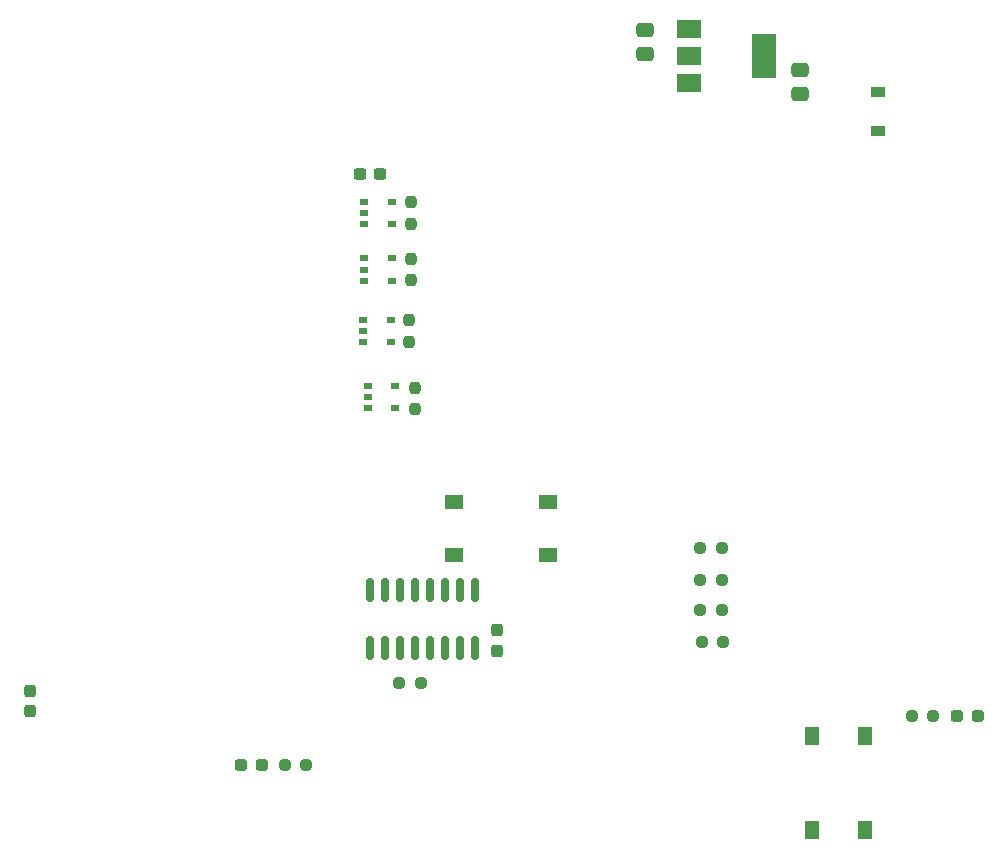
<source format=gbr>
%TF.GenerationSoftware,KiCad,Pcbnew,(6.0.2)*%
%TF.CreationDate,2022-03-13T16:31:38-04:00*%
%TF.ProjectId,Receiver_Out,52656365-6976-4657-925f-4f75742e6b69,v1*%
%TF.SameCoordinates,Original*%
%TF.FileFunction,Paste,Top*%
%TF.FilePolarity,Positive*%
%FSLAX46Y46*%
G04 Gerber Fmt 4.6, Leading zero omitted, Abs format (unit mm)*
G04 Created by KiCad (PCBNEW (6.0.2)) date 2022-03-13 16:31:38*
%MOMM*%
%LPD*%
G01*
G04 APERTURE LIST*
G04 Aperture macros list*
%AMRoundRect*
0 Rectangle with rounded corners*
0 $1 Rounding radius*
0 $2 $3 $4 $5 $6 $7 $8 $9 X,Y pos of 4 corners*
0 Add a 4 corners polygon primitive as box body*
4,1,4,$2,$3,$4,$5,$6,$7,$8,$9,$2,$3,0*
0 Add four circle primitives for the rounded corners*
1,1,$1+$1,$2,$3*
1,1,$1+$1,$4,$5*
1,1,$1+$1,$6,$7*
1,1,$1+$1,$8,$9*
0 Add four rect primitives between the rounded corners*
20,1,$1+$1,$2,$3,$4,$5,0*
20,1,$1+$1,$4,$5,$6,$7,0*
20,1,$1+$1,$6,$7,$8,$9,0*
20,1,$1+$1,$8,$9,$2,$3,0*%
G04 Aperture macros list end*
%ADD10RoundRect,0.237500X-0.250000X-0.237500X0.250000X-0.237500X0.250000X0.237500X-0.250000X0.237500X0*%
%ADD11RoundRect,0.250000X0.475000X-0.337500X0.475000X0.337500X-0.475000X0.337500X-0.475000X-0.337500X0*%
%ADD12RoundRect,0.237500X-0.287500X-0.237500X0.287500X-0.237500X0.287500X0.237500X-0.287500X0.237500X0*%
%ADD13RoundRect,0.150000X-0.150000X0.825000X-0.150000X-0.825000X0.150000X-0.825000X0.150000X0.825000X0*%
%ADD14RoundRect,0.237500X0.300000X0.237500X-0.300000X0.237500X-0.300000X-0.237500X0.300000X-0.237500X0*%
%ADD15R,1.200000X0.900000*%
%ADD16RoundRect,0.237500X-0.237500X0.250000X-0.237500X-0.250000X0.237500X-0.250000X0.237500X0.250000X0*%
%ADD17R,2.000000X1.500000*%
%ADD18R,2.000000X3.800000*%
%ADD19R,0.700000X0.510000*%
%ADD20RoundRect,0.237500X0.237500X-0.300000X0.237500X0.300000X-0.237500X0.300000X-0.237500X-0.300000X0*%
%ADD21R,1.300000X1.550000*%
%ADD22R,1.550000X1.300000*%
%ADD23RoundRect,0.237500X0.287500X0.237500X-0.287500X0.237500X-0.287500X-0.237500X0.287500X-0.237500X0*%
%ADD24RoundRect,0.237500X-0.237500X0.300000X-0.237500X-0.300000X0.237500X-0.300000X0.237500X0.300000X0*%
G04 APERTURE END LIST*
D10*
%TO.C,R2*%
X77088500Y-139017800D03*
X78913500Y-139017800D03*
%TD*%
D11*
%TO.C,C1*%
X111001000Y-89155300D03*
X111001000Y-87080300D03*
%TD*%
%TO.C,C2*%
X97901000Y-85770300D03*
X97901000Y-83695300D03*
%TD*%
D10*
%TO.C,R1*%
X120488500Y-141817800D03*
X122313500Y-141817800D03*
%TD*%
D12*
%TO.C,D2*%
X124326000Y-141817800D03*
X126076000Y-141817800D03*
%TD*%
D10*
%TO.C,R3*%
X102701000Y-135517800D03*
X104526000Y-135517800D03*
%TD*%
%TO.C,R4*%
X102588500Y-132817800D03*
X104413500Y-132817800D03*
%TD*%
%TO.C,R5*%
X102588500Y-130317800D03*
X104413500Y-130317800D03*
%TD*%
%TO.C,R6*%
X102588500Y-127617800D03*
X104413500Y-127617800D03*
%TD*%
D13*
%TO.C,U3*%
X83546000Y-131142800D03*
X82276000Y-131142800D03*
X81006000Y-131142800D03*
X79736000Y-131142800D03*
X78466000Y-131142800D03*
X77196000Y-131142800D03*
X75926000Y-131142800D03*
X74656000Y-131142800D03*
X74656000Y-136092800D03*
X75926000Y-136092800D03*
X77196000Y-136092800D03*
X78466000Y-136092800D03*
X79736000Y-136092800D03*
X81006000Y-136092800D03*
X82276000Y-136092800D03*
X83546000Y-136092800D03*
%TD*%
D14*
%TO.C,C3*%
X75463500Y-95917800D03*
X73738500Y-95917800D03*
%TD*%
D15*
%TO.C,D1*%
X117601000Y-88967800D03*
X117601000Y-92267800D03*
%TD*%
D16*
%TO.C,R7*%
X78401000Y-114005300D03*
X78401000Y-115830300D03*
%TD*%
%TO.C,R8*%
X78101000Y-103105300D03*
X78101000Y-104930300D03*
%TD*%
%TO.C,R10*%
X78101000Y-98305300D03*
X78101000Y-100130300D03*
%TD*%
D17*
%TO.C,U2*%
X101651000Y-83632800D03*
D18*
X107951000Y-85932800D03*
D17*
X101651000Y-85932800D03*
X101651000Y-88232800D03*
%TD*%
D19*
%TO.C,U1*%
X74441000Y-113867800D03*
X74441000Y-114817800D03*
X74441000Y-115767800D03*
X76761000Y-115767800D03*
X76761000Y-113867800D03*
%TD*%
D20*
%TO.C,C4*%
X85401000Y-136280300D03*
X85401000Y-134555300D03*
%TD*%
D16*
%TO.C,R9*%
X77901000Y-108305300D03*
X77901000Y-110130300D03*
%TD*%
D21*
%TO.C,SW4*%
X112051000Y-143542800D03*
X112051000Y-151492800D03*
X116551000Y-151492800D03*
X116551000Y-143542800D03*
%TD*%
D22*
%TO.C,SW3*%
X89676000Y-123667800D03*
X81726000Y-123667800D03*
X81726000Y-128167800D03*
X89676000Y-128167800D03*
%TD*%
D19*
%TO.C,U5*%
X74041000Y-108267800D03*
X74041000Y-109217800D03*
X74041000Y-110167800D03*
X76361000Y-110167800D03*
X76361000Y-108267800D03*
%TD*%
D23*
%TO.C,D4*%
X65476000Y-145917800D03*
X63726000Y-145917800D03*
%TD*%
D10*
%TO.C,R11*%
X67388500Y-145917800D03*
X69213500Y-145917800D03*
%TD*%
D19*
%TO.C,U6*%
X74141000Y-98267800D03*
X74141000Y-99217800D03*
X74141000Y-100167800D03*
X76461000Y-100167800D03*
X76461000Y-98267800D03*
%TD*%
D24*
%TO.C,C5*%
X45801000Y-139655300D03*
X45801000Y-141380300D03*
%TD*%
D19*
%TO.C,U4*%
X74141000Y-103067800D03*
X74141000Y-104017800D03*
X74141000Y-104967800D03*
X76461000Y-104967800D03*
X76461000Y-103067800D03*
%TD*%
M02*

</source>
